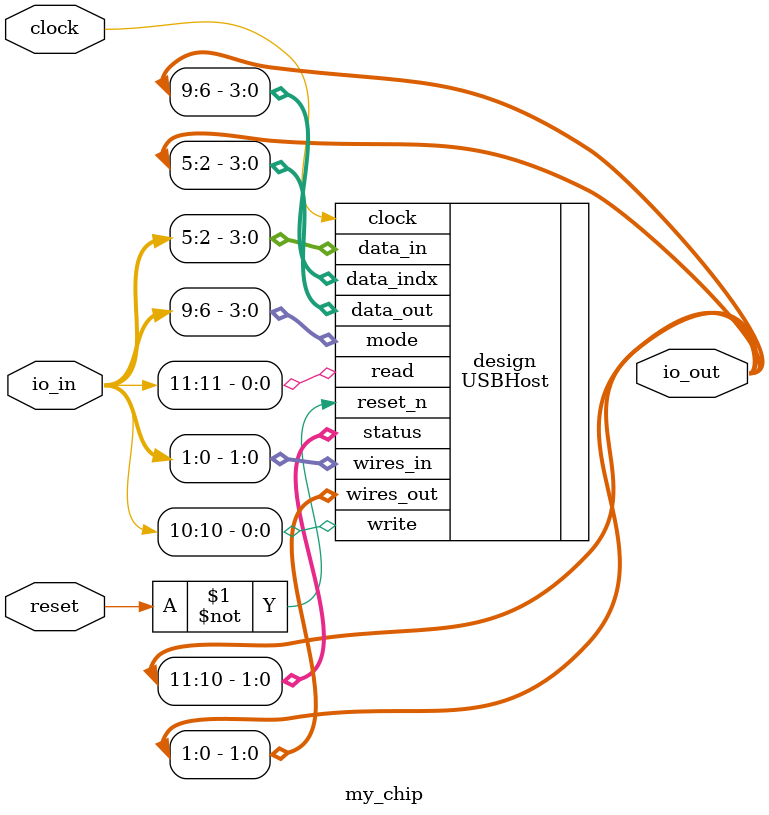
<source format=sv>
`default_nettype none

module my_chip (
    input logic [11:0] io_in, // Inputs to your chip
    output logic [11:0] io_out, // Outputs from your chip
    input logic clock,
    input logic reset // Important: Reset is ACTIVE-HIGH
);
    
    USBHost design(.clock(clock), .reset_n(~reset),
                   .read(io_in[11]), .write(io_in[10]), .mode(io_in[9:6]), .data_in(io_in[5:2]), .wires_in(io_in[1:0]),
                   .status(io_out[11:10]), .data_indx(io_out[9:6]), .data_out(io_out[5:2]), .wires_out(io_out[1:0]));

endmodule

</source>
